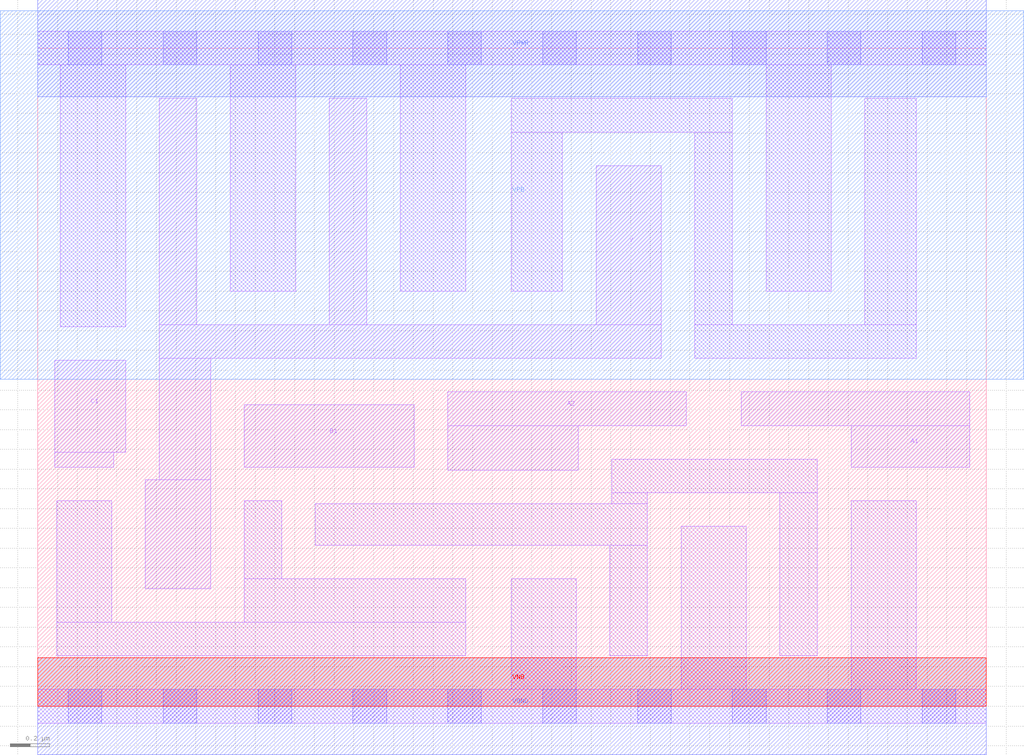
<source format=lef>
# Copyright 2020 The SkyWater PDK Authors
#
# Licensed under the Apache License, Version 2.0 (the "License");
# you may not use this file except in compliance with the License.
# You may obtain a copy of the License at
#
#     https://www.apache.org/licenses/LICENSE-2.0
#
# Unless required by applicable law or agreed to in writing, software
# distributed under the License is distributed on an "AS IS" BASIS,
# WITHOUT WARRANTIES OR CONDITIONS OF ANY KIND, either express or implied.
# See the License for the specific language governing permissions and
# limitations under the License.
#
# SPDX-License-Identifier: Apache-2.0

VERSION 5.7 ;
  NOWIREEXTENSIONATPIN ON ;
  DIVIDERCHAR "/" ;
  BUSBITCHARS "[]" ;
MACRO sky130_fd_sc_lp__o211ai_2
  CLASS CORE ;
  FOREIGN sky130_fd_sc_lp__o211ai_2 ;
  ORIGIN  0.000000  0.000000 ;
  SIZE  4.800000 BY  3.330000 ;
  SYMMETRY X Y R90 ;
  SITE unit ;
  PIN A1
    ANTENNAGATEAREA  0.630000 ;
    DIRECTION INPUT ;
    USE SIGNAL ;
    PORT
      LAYER li1 ;
        RECT 3.560000 1.420000 4.715000 1.590000 ;
        RECT 4.115000 1.210000 4.715000 1.420000 ;
    END
  END A1
  PIN A2
    ANTENNAGATEAREA  0.630000 ;
    DIRECTION INPUT ;
    USE SIGNAL ;
    PORT
      LAYER li1 ;
        RECT 2.075000 1.195000 2.735000 1.420000 ;
        RECT 2.075000 1.420000 3.280000 1.590000 ;
    END
  END A2
  PIN B1
    ANTENNAGATEAREA  0.630000 ;
    DIRECTION INPUT ;
    USE SIGNAL ;
    PORT
      LAYER li1 ;
        RECT 1.045000 1.210000 1.905000 1.525000 ;
    END
  END B1
  PIN C1
    ANTENNAGATEAREA  0.630000 ;
    DIRECTION INPUT ;
    USE SIGNAL ;
    PORT
      LAYER li1 ;
        RECT 0.085000 1.210000 0.385000 1.285000 ;
        RECT 0.085000 1.285000 0.445000 1.750000 ;
    END
  END C1
  PIN Y
    ANTENNADIFFAREA  1.293600 ;
    DIRECTION OUTPUT ;
    USE SIGNAL ;
    PORT
      LAYER li1 ;
        RECT 0.545000 0.595000 0.875000 1.145000 ;
        RECT 0.615000 1.145000 0.875000 1.760000 ;
        RECT 0.615000 1.760000 3.155000 1.930000 ;
        RECT 0.615000 1.930000 0.805000 3.075000 ;
        RECT 1.475000 1.930000 1.665000 3.075000 ;
        RECT 2.825000 1.930000 3.155000 2.735000 ;
    END
  END Y
  PIN VGND
    DIRECTION INOUT ;
    USE GROUND ;
    PORT
      LAYER met1 ;
        RECT 0.000000 -0.245000 4.800000 0.245000 ;
    END
  END VGND
  PIN VNB
    DIRECTION INOUT ;
    USE GROUND ;
    PORT
      LAYER pwell ;
        RECT 0.000000 0.000000 4.800000 0.245000 ;
    END
  END VNB
  PIN VPB
    DIRECTION INOUT ;
    USE POWER ;
    PORT
      LAYER nwell ;
        RECT -0.190000 1.655000 4.990000 3.520000 ;
    END
  END VPB
  PIN VPWR
    DIRECTION INOUT ;
    USE POWER ;
    PORT
      LAYER met1 ;
        RECT 0.000000 3.085000 4.800000 3.575000 ;
    END
  END VPWR
  OBS
    LAYER li1 ;
      RECT 0.000000 -0.085000 4.800000 0.085000 ;
      RECT 0.000000  3.245000 4.800000 3.415000 ;
      RECT 0.095000  0.255000 2.165000 0.425000 ;
      RECT 0.095000  0.425000 0.375000 1.040000 ;
      RECT 0.115000  1.920000 0.445000 3.245000 ;
      RECT 0.975000  2.100000 1.305000 3.245000 ;
      RECT 1.045000  0.425000 2.165000 0.645000 ;
      RECT 1.045000  0.645000 1.235000 1.040000 ;
      RECT 1.405000  0.815000 3.085000 1.025000 ;
      RECT 1.835000  2.100000 2.165000 3.245000 ;
      RECT 2.395000  0.085000 2.725000 0.645000 ;
      RECT 2.395000  2.100000 2.655000 2.905000 ;
      RECT 2.395000  2.905000 3.515000 3.075000 ;
      RECT 2.895000  0.255000 3.085000 0.815000 ;
      RECT 2.905000  1.025000 3.085000 1.080000 ;
      RECT 2.905000  1.080000 3.945000 1.250000 ;
      RECT 3.255000  0.085000 3.585000 0.910000 ;
      RECT 3.325000  1.760000 4.445000 1.930000 ;
      RECT 3.325000  1.930000 3.515000 2.905000 ;
      RECT 3.685000  2.100000 4.015000 3.245000 ;
      RECT 3.755000  0.255000 3.945000 1.080000 ;
      RECT 4.115000  0.085000 4.445000 1.040000 ;
      RECT 4.185000  1.930000 4.445000 3.075000 ;
    LAYER mcon ;
      RECT 0.155000 -0.085000 0.325000 0.085000 ;
      RECT 0.155000  3.245000 0.325000 3.415000 ;
      RECT 0.635000 -0.085000 0.805000 0.085000 ;
      RECT 0.635000  3.245000 0.805000 3.415000 ;
      RECT 1.115000 -0.085000 1.285000 0.085000 ;
      RECT 1.115000  3.245000 1.285000 3.415000 ;
      RECT 1.595000 -0.085000 1.765000 0.085000 ;
      RECT 1.595000  3.245000 1.765000 3.415000 ;
      RECT 2.075000 -0.085000 2.245000 0.085000 ;
      RECT 2.075000  3.245000 2.245000 3.415000 ;
      RECT 2.555000 -0.085000 2.725000 0.085000 ;
      RECT 2.555000  3.245000 2.725000 3.415000 ;
      RECT 3.035000 -0.085000 3.205000 0.085000 ;
      RECT 3.035000  3.245000 3.205000 3.415000 ;
      RECT 3.515000 -0.085000 3.685000 0.085000 ;
      RECT 3.515000  3.245000 3.685000 3.415000 ;
      RECT 3.995000 -0.085000 4.165000 0.085000 ;
      RECT 3.995000  3.245000 4.165000 3.415000 ;
      RECT 4.475000 -0.085000 4.645000 0.085000 ;
      RECT 4.475000  3.245000 4.645000 3.415000 ;
  END
END sky130_fd_sc_lp__o211ai_2
END LIBRARY

</source>
